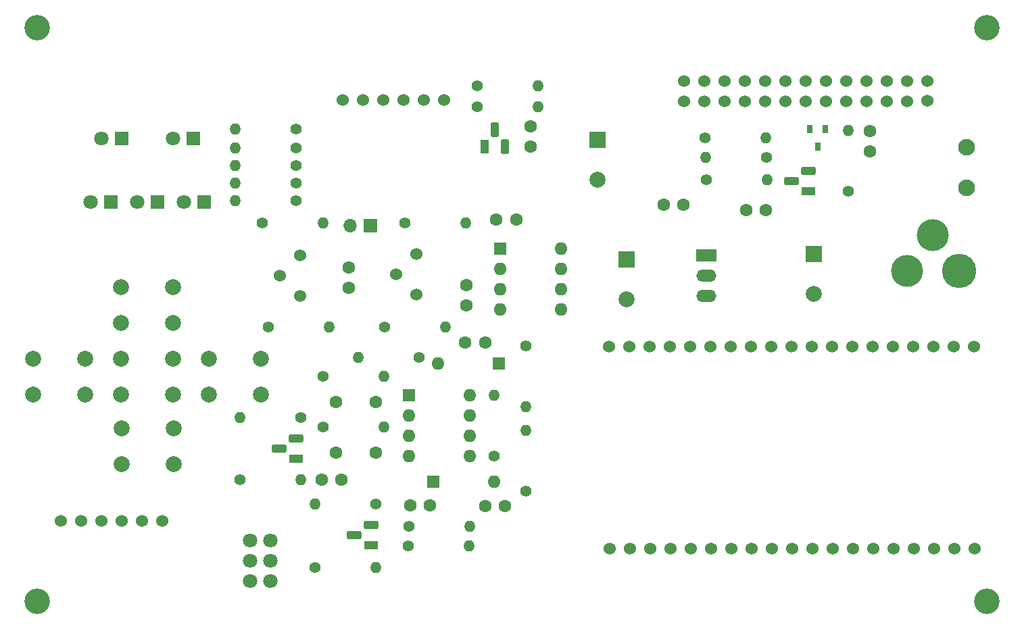
<source format=gbr>
%TF.GenerationSoftware,KiCad,Pcbnew,8.0.1*%
%TF.CreationDate,2024-07-18T08:08:08+02:00*%
%TF.ProjectId,GewitterMonitor,47657769-7474-4657-924d-6f6e69746f72,rev?*%
%TF.SameCoordinates,Original*%
%TF.FileFunction,Soldermask,Top*%
%TF.FilePolarity,Negative*%
%FSLAX46Y46*%
G04 Gerber Fmt 4.6, Leading zero omitted, Abs format (unit mm)*
G04 Created by KiCad (PCBNEW 8.0.1) date 2024-07-18 08:08:08*
%MOMM*%
%LPD*%
G01*
G04 APERTURE LIST*
G04 Aperture macros list*
%AMRoundRect*
0 Rectangle with rounded corners*
0 $1 Rounding radius*
0 $2 $3 $4 $5 $6 $7 $8 $9 X,Y pos of 4 corners*
0 Add a 4 corners polygon primitive as box body*
4,1,4,$2,$3,$4,$5,$6,$7,$8,$9,$2,$3,0*
0 Add four circle primitives for the rounded corners*
1,1,$1+$1,$2,$3*
1,1,$1+$1,$4,$5*
1,1,$1+$1,$6,$7*
1,1,$1+$1,$8,$9*
0 Add four rect primitives between the rounded corners*
20,1,$1+$1,$2,$3,$4,$5,0*
20,1,$1+$1,$4,$5,$6,$7,0*
20,1,$1+$1,$6,$7,$8,$9,0*
20,1,$1+$1,$8,$9,$2,$3,0*%
G04 Aperture macros list end*
%ADD10C,1.600000*%
%ADD11C,1.400000*%
%ADD12O,1.400000X1.400000*%
%ADD13R,1.600000X1.600000*%
%ADD14O,1.600000X1.600000*%
%ADD15C,2.100000*%
%ADD16R,1.800000X1.100000*%
%ADD17RoundRect,0.275000X0.625000X-0.275000X0.625000X0.275000X-0.625000X0.275000X-0.625000X-0.275000X0*%
%ADD18C,1.524000*%
%ADD19C,3.200000*%
%ADD20R,1.100000X1.800000*%
%ADD21RoundRect,0.275000X-0.275000X-0.625000X0.275000X-0.625000X0.275000X0.625000X-0.275000X0.625000X0*%
%ADD22R,2.000000X2.000000*%
%ADD23C,2.000000*%
%ADD24R,1.700000X1.700000*%
%ADD25O,1.700000X1.700000*%
%ADD26C,1.800000*%
%ADD27R,0.800000X1.000000*%
%ADD28C,4.000000*%
%ADD29C,4.300000*%
%ADD30R,2.500000X1.500000*%
%ADD31O,2.500000X1.500000*%
%ADD32R,1.800000X1.800000*%
G04 APERTURE END LIST*
D10*
%TO.C,C9*%
X121200000Y-37400000D03*
X121200000Y-34900000D03*
%TD*%
D11*
%TO.C,R13*%
X94200000Y-90200000D03*
D12*
X101820000Y-90200000D03*
%TD*%
D10*
%TO.C,C4*%
X95020000Y-79200000D03*
X97520000Y-79200000D03*
%TD*%
D13*
%TO.C,U4*%
X106000000Y-68580000D03*
D14*
X106000000Y-71120000D03*
X106000000Y-73660000D03*
X106000000Y-76200000D03*
X113620000Y-76200000D03*
X113620000Y-73660000D03*
X113620000Y-71120000D03*
X113620000Y-68580000D03*
%TD*%
D15*
%TO.C,J2*%
X175800000Y-37520000D03*
X175800000Y-42600000D03*
%TD*%
D16*
%TO.C,Q2*%
X156000000Y-42972323D03*
D17*
X153930000Y-41702323D03*
X156000000Y-40432323D03*
%TD*%
D11*
%TO.C,R3*%
X143200000Y-41600000D03*
D12*
X150820000Y-41600000D03*
%TD*%
D18*
%TO.C,RV1*%
X92340000Y-51060000D03*
X89800000Y-53600000D03*
X92340000Y-56140000D03*
%TD*%
%TO.C,U3*%
X75045000Y-84330000D03*
X72505000Y-84330000D03*
X69965000Y-84330000D03*
X67425000Y-84330000D03*
X64885000Y-84330000D03*
X62345000Y-84330000D03*
%TD*%
D19*
%TO.C,REF\u002A\u002A*%
X178400000Y-94400000D03*
%TD*%
D11*
%TO.C,R9*%
X107240000Y-63800000D03*
D12*
X99620000Y-63800000D03*
%TD*%
D20*
%TO.C,U5*%
X115460000Y-37400000D03*
D21*
X116730000Y-35330000D03*
X118000000Y-37400000D03*
%TD*%
D11*
%TO.C,R8*%
X92420000Y-71400000D03*
D12*
X84800000Y-71400000D03*
%TD*%
D11*
%TO.C,R26*%
X105900000Y-87500000D03*
D12*
X113520000Y-87500000D03*
%TD*%
D16*
%TO.C,Q3*%
X91800000Y-76540000D03*
D17*
X89730000Y-75270000D03*
X91800000Y-74000000D03*
%TD*%
D11*
%TO.C,R12*%
X95210000Y-72600000D03*
D12*
X102830000Y-72600000D03*
%TD*%
D10*
%TO.C,C5*%
X101800000Y-69400000D03*
X96800000Y-69400000D03*
%TD*%
%TO.C,C16*%
X140350000Y-44700000D03*
X137850000Y-44700000D03*
%TD*%
D19*
%TO.C,REF\u002A\u002A*%
X59400000Y-94400000D03*
%TD*%
D11*
%TO.C,R11*%
X116620000Y-76200000D03*
D12*
X116620000Y-68580000D03*
%TD*%
D22*
%TO.C,C14*%
X156700000Y-50900000D03*
D23*
X156700000Y-55900000D03*
%TD*%
D11*
%TO.C,R15*%
X114500000Y-29800000D03*
D12*
X122120000Y-29800000D03*
%TD*%
D16*
%TO.C,Q4*%
X101200000Y-87400000D03*
D17*
X99130000Y-86130000D03*
X101200000Y-84860000D03*
%TD*%
D11*
%TO.C,R22*%
X102960000Y-60000000D03*
D12*
X110580000Y-60000000D03*
%TD*%
D24*
%TO.C,J3*%
X101140000Y-47300000D03*
D25*
X98600000Y-47300000D03*
%TD*%
D22*
%TO.C,C2*%
X129600000Y-36600000D03*
D23*
X129600000Y-41600000D03*
%TD*%
D18*
%TO.C,U2*%
X176770000Y-62490000D03*
X174230000Y-62490000D03*
X171690000Y-62490000D03*
X169150000Y-62490000D03*
X166610000Y-62490000D03*
X164070000Y-62490000D03*
X161530000Y-62490000D03*
X158990000Y-62490000D03*
X156450000Y-62490000D03*
X153910000Y-62490000D03*
X151370000Y-62490000D03*
X148830000Y-62490000D03*
X146290000Y-62490000D03*
X143750000Y-62490000D03*
X141210000Y-62490000D03*
X138670000Y-62490000D03*
X136130000Y-62490000D03*
X133590000Y-62490000D03*
X131050000Y-62490000D03*
X131100000Y-87800000D03*
X133640000Y-87800000D03*
X136180000Y-87800000D03*
X138720000Y-87800000D03*
X141260000Y-87800000D03*
X143800000Y-87800000D03*
X146340000Y-87800000D03*
X148880000Y-87800000D03*
X151420000Y-87800000D03*
X153960000Y-87800000D03*
X156500000Y-87800000D03*
X159040000Y-87800000D03*
X161580000Y-87800000D03*
X164120000Y-87800000D03*
X166660000Y-87800000D03*
X169200000Y-87800000D03*
X171740000Y-87800000D03*
X174280000Y-87800000D03*
X176820000Y-87800000D03*
%TD*%
D13*
%TO.C,D1*%
X117240000Y-64600000D03*
D14*
X109620000Y-64600000D03*
%TD*%
D10*
%TO.C,C13*%
X150700000Y-45400000D03*
X148200000Y-45400000D03*
%TD*%
%TO.C,C3*%
X118000000Y-82500000D03*
X115500000Y-82500000D03*
%TD*%
D11*
%TO.C,R18*%
X91820000Y-35200000D03*
D12*
X84200000Y-35200000D03*
%TD*%
D10*
%TO.C,C12*%
X98400000Y-55100000D03*
X98400000Y-52600000D03*
%TD*%
D11*
%TO.C,R25*%
X91800000Y-44200000D03*
D12*
X84180000Y-44200000D03*
%TD*%
D26*
%TO.C,J4*%
X86060000Y-86800000D03*
X88600000Y-86800000D03*
X86060000Y-89340000D03*
X88600000Y-89340000D03*
X86060000Y-91880000D03*
X88600000Y-91880000D03*
%TD*%
D22*
%TO.C,C15*%
X133200000Y-51600000D03*
D23*
X133200000Y-56600000D03*
%TD*%
D11*
%TO.C,R20*%
X105500000Y-47000000D03*
D12*
X113120000Y-47000000D03*
%TD*%
D19*
%TO.C,REF\u002A\u002A*%
X178400000Y-22500000D03*
%TD*%
D10*
%TO.C,C1*%
X163700000Y-35500000D03*
X163700000Y-38000000D03*
%TD*%
D11*
%TO.C,R27*%
X106000000Y-85000000D03*
D12*
X113620000Y-85000000D03*
%TD*%
D11*
%TO.C,R14*%
X101820000Y-82200000D03*
D12*
X94200000Y-82200000D03*
%TD*%
D10*
%TO.C,C6*%
X96800000Y-75800000D03*
X101800000Y-75800000D03*
%TD*%
D11*
%TO.C,R24*%
X91800000Y-42000000D03*
D12*
X84180000Y-42000000D03*
%TD*%
D11*
%TO.C,R17*%
X87580000Y-47000000D03*
D12*
X95200000Y-47000000D03*
%TD*%
D11*
%TO.C,R19*%
X88360000Y-60000000D03*
D12*
X95980000Y-60000000D03*
%TD*%
D11*
%TO.C,R16*%
X114500000Y-32400000D03*
D12*
X122120000Y-32400000D03*
%TD*%
D18*
%TO.C,U8*%
X110400000Y-31600000D03*
X107860000Y-31600000D03*
X105320000Y-31600000D03*
X102780000Y-31600000D03*
X100240000Y-31600000D03*
X97700000Y-31600000D03*
%TD*%
D11*
%TO.C,R7*%
X84780000Y-79200000D03*
D12*
X92400000Y-79200000D03*
%TD*%
D10*
%TO.C,C10*%
X116900000Y-46600000D03*
X119400000Y-46600000D03*
%TD*%
D27*
%TO.C,Q1*%
X158100000Y-35232323D03*
X156200000Y-35232323D03*
X157150000Y-37432323D03*
%TD*%
D18*
%TO.C,RV2*%
X106940000Y-50860000D03*
X104400000Y-53400000D03*
X106940000Y-55940000D03*
%TD*%
D11*
%TO.C,R6*%
X120600000Y-62400000D03*
D12*
X120600000Y-70020000D03*
%TD*%
D19*
%TO.C,REF\u002A\u002A*%
X59400000Y-22500000D03*
%TD*%
D11*
%TO.C,R1*%
X161000000Y-43052323D03*
D12*
X161000000Y-35432323D03*
%TD*%
D10*
%TO.C,C8*%
X113000000Y-62000000D03*
X115500000Y-62000000D03*
%TD*%
D11*
%TO.C,R21*%
X91820000Y-37600000D03*
D12*
X84200000Y-37600000D03*
%TD*%
D11*
%TO.C,R10*%
X95210000Y-66200000D03*
D12*
X102830000Y-66200000D03*
%TD*%
D13*
%TO.C,D2*%
X109000000Y-79400000D03*
D14*
X116620000Y-79400000D03*
%TD*%
D13*
%TO.C,U6*%
X117380000Y-50180000D03*
D14*
X117380000Y-52720000D03*
X117380000Y-55260000D03*
X117380000Y-57800000D03*
X125000000Y-57800000D03*
X125000000Y-55260000D03*
X125000000Y-52720000D03*
X125000000Y-50180000D03*
%TD*%
D28*
%TO.C,J1*%
X168350000Y-52987500D03*
D29*
X174850000Y-52987500D03*
D28*
X171600000Y-48487500D03*
%TD*%
D10*
%TO.C,C7*%
X106100000Y-82400000D03*
X108600000Y-82400000D03*
%TD*%
D11*
%TO.C,R23*%
X91800000Y-39800000D03*
D12*
X84180000Y-39800000D03*
%TD*%
D30*
%TO.C,U7*%
X143200000Y-51020000D03*
D31*
X143200000Y-53560000D03*
X143200000Y-56100000D03*
%TD*%
D11*
%TO.C,R4*%
X143090000Y-36300000D03*
D12*
X150710000Y-36300000D03*
%TD*%
D11*
%TO.C,R2*%
X150720000Y-38800000D03*
D12*
X143100000Y-38800000D03*
%TD*%
D11*
%TO.C,R5*%
X120600000Y-80600000D03*
D12*
X120600000Y-72980000D03*
%TD*%
D10*
%TO.C,C11*%
X113200000Y-54800000D03*
X113200000Y-57300000D03*
%TD*%
D23*
%TO.C,SW2*%
X76400000Y-55000000D03*
X69900000Y-55000000D03*
X76400000Y-59500000D03*
X69900000Y-59500000D03*
%TD*%
%TO.C,SW1*%
X65400000Y-64000000D03*
X58900000Y-64000000D03*
X65400000Y-68500000D03*
X58900000Y-68500000D03*
%TD*%
D18*
%TO.C,U1*%
X170900000Y-31640000D03*
X170900000Y-29200000D03*
X168360000Y-31740000D03*
X168360000Y-29200000D03*
X165820000Y-31740000D03*
X165820000Y-29200000D03*
X163280000Y-31740000D03*
X163280000Y-29200000D03*
X160740000Y-31740000D03*
X160740000Y-29200000D03*
X158200000Y-31740000D03*
X158200000Y-29200000D03*
X155660000Y-31740000D03*
X155660000Y-29200000D03*
X153120000Y-31740000D03*
X153120000Y-29200000D03*
X150580000Y-31740000D03*
X150580000Y-29200000D03*
X148040000Y-31740000D03*
X148040000Y-29200000D03*
X145500000Y-31740000D03*
X145500000Y-29200000D03*
X142960000Y-31740000D03*
X142960000Y-29200000D03*
X140420000Y-31740000D03*
X140420000Y-29200000D03*
%TD*%
D32*
%TO.C,D8*%
X68600000Y-44400000D03*
D26*
X66060000Y-44400000D03*
%TD*%
D32*
%TO.C,D7*%
X74435000Y-44400000D03*
D26*
X71895000Y-44400000D03*
%TD*%
D32*
%TO.C,D5*%
X70000000Y-36395600D03*
D26*
X67460000Y-36395600D03*
%TD*%
D32*
%TO.C,D4*%
X80300000Y-44400000D03*
D26*
X77760000Y-44400000D03*
%TD*%
D23*
%TO.C,SW3*%
X87400000Y-64000000D03*
X80900000Y-64000000D03*
X87400000Y-68500000D03*
X80900000Y-68500000D03*
%TD*%
%TO.C,SW5*%
X76400000Y-64000000D03*
X69900000Y-64000000D03*
X76400000Y-68500000D03*
X69900000Y-68500000D03*
%TD*%
%TO.C,SW4*%
X76500000Y-72700000D03*
X70000000Y-72700000D03*
X76500000Y-77200000D03*
X70000000Y-77200000D03*
%TD*%
D32*
%TO.C,D3*%
X78940000Y-36400000D03*
D26*
X76400000Y-36400000D03*
%TD*%
M02*

</source>
